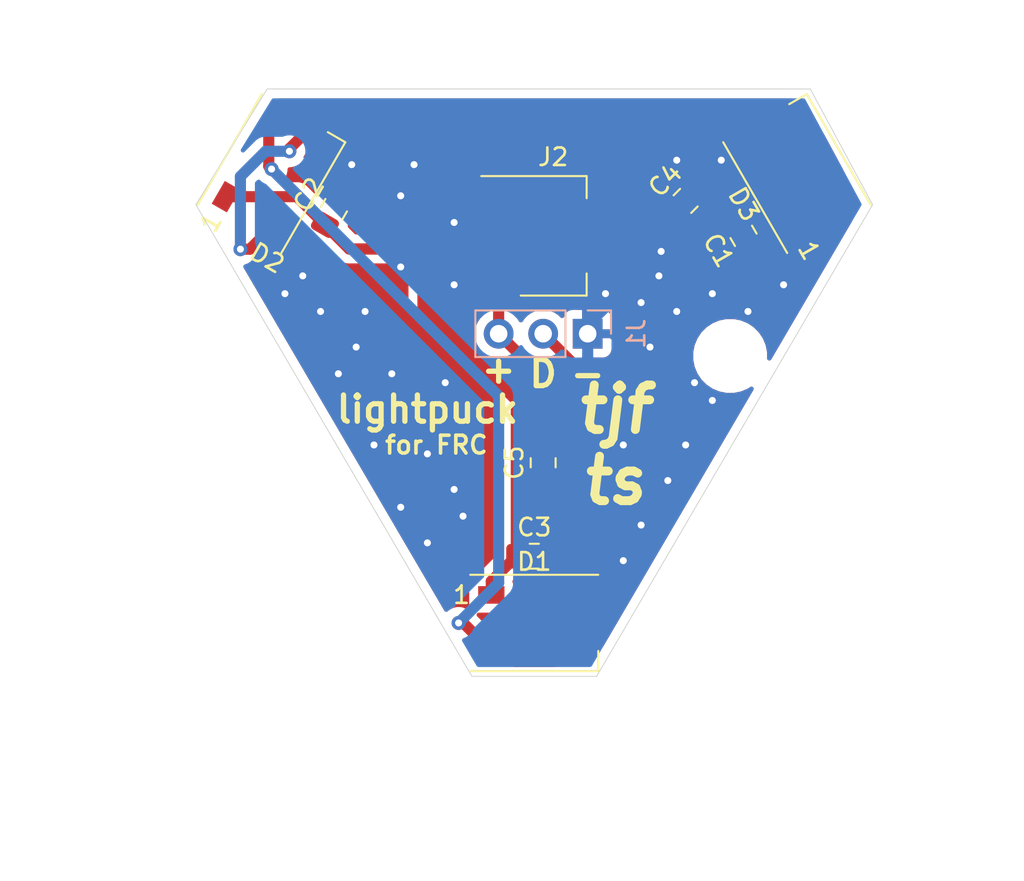
<source format=kicad_pcb>
(kicad_pcb (version 20171130) (host pcbnew 5.1.5-52549c5~84~ubuntu16.04.1)

  (general
    (thickness 1.6)
    (drawings 15)
    (tracks 118)
    (zones 0)
    (modules 11)
    (nets 7)
  )

  (page USLetter)
  (title_block
    (title LightPuck)
    (date 2019-12-08)
    (rev 1a)
    (company "FIRST Robotics Competition")
    (comment 1 "Team 1257")
    (comment 2 Flynn)
  )

  (layers
    (0 F.Cu signal)
    (31 B.Cu signal)
    (32 B.Adhes user)
    (33 F.Adhes user)
    (34 B.Paste user)
    (35 F.Paste user)
    (36 B.SilkS user)
    (37 F.SilkS user)
    (38 B.Mask user)
    (39 F.Mask user)
    (40 Dwgs.User user)
    (41 Cmts.User user)
    (42 Eco1.User user)
    (43 Eco2.User user)
    (44 Edge.Cuts user)
    (45 Margin user)
    (46 B.CrtYd user)
    (47 F.CrtYd user)
    (48 B.Fab user)
    (49 F.Fab user)
  )

  (setup
    (last_trace_width 0.25)
    (user_trace_width 0.381)
    (user_trace_width 0.635)
    (trace_clearance 0.2)
    (zone_clearance 0.508)
    (zone_45_only no)
    (trace_min 0.2)
    (via_size 0.8)
    (via_drill 0.4)
    (via_min_size 0.4)
    (via_min_drill 0.3)
    (uvia_size 0.3)
    (uvia_drill 0.1)
    (uvias_allowed no)
    (uvia_min_size 0.2)
    (uvia_min_drill 0.1)
    (edge_width 0.05)
    (segment_width 0.2)
    (pcb_text_width 0.3)
    (pcb_text_size 1.5 1.5)
    (mod_edge_width 0.12)
    (mod_text_size 1 1)
    (mod_text_width 0.15)
    (pad_size 1.524 1.524)
    (pad_drill 0.762)
    (pad_to_mask_clearance 0.051)
    (solder_mask_min_width 0.25)
    (aux_axis_origin 0 0)
    (visible_elements FFFFFF7F)
    (pcbplotparams
      (layerselection 0x010fc_ffffffff)
      (usegerberextensions false)
      (usegerberattributes false)
      (usegerberadvancedattributes false)
      (creategerberjobfile false)
      (excludeedgelayer true)
      (linewidth 0.100000)
      (plotframeref false)
      (viasonmask false)
      (mode 1)
      (useauxorigin false)
      (hpglpennumber 1)
      (hpglpenspeed 20)
      (hpglpendiameter 15.000000)
      (psnegative false)
      (psa4output false)
      (plotreference true)
      (plotvalue true)
      (plotinvisibletext false)
      (padsonsilk false)
      (subtractmaskfromsilk false)
      (outputformat 1)
      (mirror false)
      (drillshape 0)
      (scaleselection 1)
      (outputdirectory "gerber2/"))
  )

  (net 0 "")
  (net 1 "Net-(D1-Pad4)")
  (net 2 "Net-(D1-Pad2)")
  (net 3 "Net-(D2-Pad2)")
  (net 4 "Net-(C1-Pad1)")
  (net 5 "Net-(C1-Pad2)")
  (net 6 "Net-(C5-Pad2)")

  (net_class Default "This is the default net class."
    (clearance 0.2)
    (trace_width 0.25)
    (via_dia 0.8)
    (via_drill 0.4)
    (uvia_dia 0.3)
    (uvia_drill 0.1)
    (add_net "Net-(C1-Pad1)")
    (add_net "Net-(C1-Pad2)")
    (add_net "Net-(C5-Pad2)")
    (add_net "Net-(D1-Pad2)")
    (add_net "Net-(D1-Pad4)")
    (add_net "Net-(D2-Pad2)")
  )

  (module MountingHole:MountingHole_3.2mm_M3 (layer F.Cu) (tedit 56D1B4CB) (tstamp 5DEDA9FD)
    (at 148.336 96.52)
    (descr "Mounting Hole 3.2mm, no annular, M3")
    (tags "mounting hole 3.2mm no annular m3")
    (attr virtual)
    (fp_text reference REF** (at 0 -4.2) (layer F.SilkS) hide
      (effects (font (size 1 1) (thickness 0.15)))
    )
    (fp_text value MountingHole_3.2mm_M3 (at 0 4.2) (layer F.Fab)
      (effects (font (size 1 1) (thickness 0.15)))
    )
    (fp_circle (center 0 0) (end 3.45 0) (layer F.CrtYd) (width 0.05))
    (fp_circle (center 0 0) (end 3.2 0) (layer Cmts.User) (width 0.15))
    (fp_text user %R (at 0.3 0) (layer F.Fab)
      (effects (font (size 1 1) (thickness 0.15)))
    )
    (pad 1 np_thru_hole circle (at 0 0) (size 3.2 3.2) (drill 3.2) (layers *.Cu *.Mask))
  )

  (module Capacitor_SMD:C_0805_2012Metric_Pad1.15x1.40mm_HandSolder (layer F.Cu) (tedit 5B36C52B) (tstamp 5DEB9AA3)
    (at 149.098 89.662 120)
    (descr "Capacitor SMD 0805 (2012 Metric), square (rectangular) end terminal, IPC_7351 nominal with elongated pad for handsoldering. (Body size source: https://docs.google.com/spreadsheets/d/1BsfQQcO9C6DZCsRaXUlFlo91Tg2WpOkGARC1WS5S8t0/edit?usp=sharing), generated with kicad-footprint-generator")
    (tags "capacitor handsolder")
    (path /5DEB42C7)
    (attr smd)
    (fp_text reference C1 (at 0 -1.65 120) (layer F.SilkS)
      (effects (font (size 1 1) (thickness 0.15)))
    )
    (fp_text value C (at 0 1.65 120) (layer F.Fab)
      (effects (font (size 1 1) (thickness 0.15)))
    )
    (fp_line (start -1 0.6) (end -1 -0.6) (layer F.Fab) (width 0.1))
    (fp_line (start -1 -0.6) (end 1 -0.6) (layer F.Fab) (width 0.1))
    (fp_line (start 1 -0.6) (end 1 0.6) (layer F.Fab) (width 0.1))
    (fp_line (start 1 0.6) (end -1 0.6) (layer F.Fab) (width 0.1))
    (fp_line (start -0.261252 -0.71) (end 0.261252 -0.71) (layer F.SilkS) (width 0.12))
    (fp_line (start -0.261252 0.71) (end 0.261252 0.71) (layer F.SilkS) (width 0.12))
    (fp_line (start -1.85 0.95) (end -1.85 -0.95) (layer F.CrtYd) (width 0.05))
    (fp_line (start -1.85 -0.95) (end 1.85 -0.95) (layer F.CrtYd) (width 0.05))
    (fp_line (start 1.85 -0.95) (end 1.85 0.95) (layer F.CrtYd) (width 0.05))
    (fp_line (start 1.85 0.95) (end -1.85 0.95) (layer F.CrtYd) (width 0.05))
    (fp_text user %R (at 0 0 120) (layer F.Fab)
      (effects (font (size 0.5 0.5) (thickness 0.08)))
    )
    (pad 1 smd roundrect (at -1.025 0 120) (size 1.15 1.4) (layers F.Cu F.Paste F.Mask) (roundrect_rratio 0.217391)
      (net 4 "Net-(C1-Pad1)"))
    (pad 2 smd roundrect (at 1.025 0 120) (size 1.15 1.4) (layers F.Cu F.Paste F.Mask) (roundrect_rratio 0.217391)
      (net 5 "Net-(C1-Pad2)"))
    (model ${KISYS3DMOD}/Capacitor_SMD.3dshapes/C_0805_2012Metric.wrl
      (at (xyz 0 0 0))
      (scale (xyz 1 1 1))
      (rotate (xyz 0 0 0))
    )
  )

  (module Capacitor_SMD:C_0805_2012Metric_Pad1.15x1.40mm_HandSolder (layer F.Cu) (tedit 5B36C52B) (tstamp 5DEB9AB4)
    (at 125.73 88.138 60)
    (descr "Capacitor SMD 0805 (2012 Metric), square (rectangular) end terminal, IPC_7351 nominal with elongated pad for handsoldering. (Body size source: https://docs.google.com/spreadsheets/d/1BsfQQcO9C6DZCsRaXUlFlo91Tg2WpOkGARC1WS5S8t0/edit?usp=sharing), generated with kicad-footprint-generator")
    (tags "capacitor handsolder")
    (path /5DEB54B3)
    (attr smd)
    (fp_text reference C2 (at 0 -1.65 60) (layer F.SilkS)
      (effects (font (size 1 1) (thickness 0.15)))
    )
    (fp_text value C (at 0 1.65 60) (layer F.Fab)
      (effects (font (size 1 1) (thickness 0.15)))
    )
    (fp_text user %R (at 0 0 60) (layer F.Fab)
      (effects (font (size 0.5 0.5) (thickness 0.08)))
    )
    (fp_line (start 1.85 0.95) (end -1.85 0.95) (layer F.CrtYd) (width 0.05))
    (fp_line (start 1.85 -0.95) (end 1.85 0.95) (layer F.CrtYd) (width 0.05))
    (fp_line (start -1.85 -0.95) (end 1.85 -0.95) (layer F.CrtYd) (width 0.05))
    (fp_line (start -1.85 0.95) (end -1.85 -0.95) (layer F.CrtYd) (width 0.05))
    (fp_line (start -0.261252 0.71) (end 0.261252 0.71) (layer F.SilkS) (width 0.12))
    (fp_line (start -0.261252 -0.71) (end 0.261252 -0.71) (layer F.SilkS) (width 0.12))
    (fp_line (start 1 0.6) (end -1 0.6) (layer F.Fab) (width 0.1))
    (fp_line (start 1 -0.6) (end 1 0.6) (layer F.Fab) (width 0.1))
    (fp_line (start -1 -0.6) (end 1 -0.6) (layer F.Fab) (width 0.1))
    (fp_line (start -1 0.6) (end -1 -0.6) (layer F.Fab) (width 0.1))
    (pad 2 smd roundrect (at 1.025 0 60) (size 1.15 1.4) (layers F.Cu F.Paste F.Mask) (roundrect_rratio 0.217391)
      (net 5 "Net-(C1-Pad2)"))
    (pad 1 smd roundrect (at -1.025 0 60) (size 1.15 1.4) (layers F.Cu F.Paste F.Mask) (roundrect_rratio 0.217391)
      (net 4 "Net-(C1-Pad1)"))
    (model ${KISYS3DMOD}/Capacitor_SMD.3dshapes/C_0805_2012Metric.wrl
      (at (xyz 0 0 0))
      (scale (xyz 1 1 1))
      (rotate (xyz 0 0 0))
    )
  )

  (module Capacitor_SMD:C_0805_2012Metric_Pad1.15x1.40mm_HandSolder (layer F.Cu) (tedit 5B36C52B) (tstamp 5DEB9AC5)
    (at 137.16 107.95)
    (descr "Capacitor SMD 0805 (2012 Metric), square (rectangular) end terminal, IPC_7351 nominal with elongated pad for handsoldering. (Body size source: https://docs.google.com/spreadsheets/d/1BsfQQcO9C6DZCsRaXUlFlo91Tg2WpOkGARC1WS5S8t0/edit?usp=sharing), generated with kicad-footprint-generator")
    (tags "capacitor handsolder")
    (path /5DEB570A)
    (attr smd)
    (fp_text reference C3 (at 0 -1.65) (layer F.SilkS)
      (effects (font (size 1 1) (thickness 0.15)))
    )
    (fp_text value C (at 0 1.65) (layer F.Fab)
      (effects (font (size 1 1) (thickness 0.15)))
    )
    (fp_line (start -1 0.6) (end -1 -0.6) (layer F.Fab) (width 0.1))
    (fp_line (start -1 -0.6) (end 1 -0.6) (layer F.Fab) (width 0.1))
    (fp_line (start 1 -0.6) (end 1 0.6) (layer F.Fab) (width 0.1))
    (fp_line (start 1 0.6) (end -1 0.6) (layer F.Fab) (width 0.1))
    (fp_line (start -0.261252 -0.71) (end 0.261252 -0.71) (layer F.SilkS) (width 0.12))
    (fp_line (start -0.261252 0.71) (end 0.261252 0.71) (layer F.SilkS) (width 0.12))
    (fp_line (start -1.85 0.95) (end -1.85 -0.95) (layer F.CrtYd) (width 0.05))
    (fp_line (start -1.85 -0.95) (end 1.85 -0.95) (layer F.CrtYd) (width 0.05))
    (fp_line (start 1.85 -0.95) (end 1.85 0.95) (layer F.CrtYd) (width 0.05))
    (fp_line (start 1.85 0.95) (end -1.85 0.95) (layer F.CrtYd) (width 0.05))
    (fp_text user %R (at 0 0) (layer F.Fab)
      (effects (font (size 0.5 0.5) (thickness 0.08)))
    )
    (pad 1 smd roundrect (at -1.025 0) (size 1.15 1.4) (layers F.Cu F.Paste F.Mask) (roundrect_rratio 0.217391)
      (net 4 "Net-(C1-Pad1)"))
    (pad 2 smd roundrect (at 1.025 0) (size 1.15 1.4) (layers F.Cu F.Paste F.Mask) (roundrect_rratio 0.217391)
      (net 5 "Net-(C1-Pad2)"))
    (model ${KISYS3DMOD}/Capacitor_SMD.3dshapes/C_0805_2012Metric.wrl
      (at (xyz 0 0 0))
      (scale (xyz 1 1 1))
      (rotate (xyz 0 0 0))
    )
  )

  (module LED_SMD:LED_WS2812B_PLCC4_5.0x5.0mm_P3.2mm (layer F.Cu) (tedit 5AA4B285) (tstamp 5DEB9ADC)
    (at 137.16 111.76)
    (descr https://cdn-shop.adafruit.com/datasheets/WS2812B.pdf)
    (tags "LED RGB NeoPixel")
    (path /5DEAE0CD)
    (attr smd)
    (fp_text reference D1 (at 0 -3.5) (layer F.SilkS)
      (effects (font (size 1 1) (thickness 0.15)))
    )
    (fp_text value WS2812B (at 0 4) (layer F.Fab)
      (effects (font (size 1 1) (thickness 0.15)))
    )
    (fp_text user 1 (at -4.15 -1.6) (layer F.SilkS)
      (effects (font (size 1 1) (thickness 0.15)))
    )
    (fp_text user %R (at 0 0) (layer F.Fab)
      (effects (font (size 0.8 0.8) (thickness 0.15)))
    )
    (fp_line (start 3.45 -2.75) (end -3.45 -2.75) (layer F.CrtYd) (width 0.05))
    (fp_line (start 3.45 2.75) (end 3.45 -2.75) (layer F.CrtYd) (width 0.05))
    (fp_line (start -3.45 2.75) (end 3.45 2.75) (layer F.CrtYd) (width 0.05))
    (fp_line (start -3.45 -2.75) (end -3.45 2.75) (layer F.CrtYd) (width 0.05))
    (fp_line (start 2.5 1.5) (end 1.5 2.5) (layer F.Fab) (width 0.1))
    (fp_line (start -2.5 -2.5) (end -2.5 2.5) (layer F.Fab) (width 0.1))
    (fp_line (start -2.5 2.5) (end 2.5 2.5) (layer F.Fab) (width 0.1))
    (fp_line (start 2.5 2.5) (end 2.5 -2.5) (layer F.Fab) (width 0.1))
    (fp_line (start 2.5 -2.5) (end -2.5 -2.5) (layer F.Fab) (width 0.1))
    (fp_line (start -3.65 -2.75) (end 3.65 -2.75) (layer F.SilkS) (width 0.12))
    (fp_line (start -3.65 2.75) (end 3.65 2.75) (layer F.SilkS) (width 0.12))
    (fp_line (start 3.65 2.75) (end 3.65 1.6) (layer F.SilkS) (width 0.12))
    (fp_circle (center 0 0) (end 0 -2) (layer F.Fab) (width 0.1))
    (pad 3 smd rect (at 2.45 1.6) (size 1.5 1) (layers F.Cu F.Paste F.Mask)
      (net 5 "Net-(C1-Pad2)"))
    (pad 4 smd rect (at 2.45 -1.6) (size 1.5 1) (layers F.Cu F.Paste F.Mask)
      (net 1 "Net-(D1-Pad4)"))
    (pad 2 smd rect (at -2.45 1.6) (size 1.5 1) (layers F.Cu F.Paste F.Mask)
      (net 2 "Net-(D1-Pad2)"))
    (pad 1 smd rect (at -2.45 -1.6) (size 1.5 1) (layers F.Cu F.Paste F.Mask)
      (net 4 "Net-(C1-Pad1)"))
    (model ${KISYS3DMOD}/LED_SMD.3dshapes/LED_WS2812B_PLCC4_5.0x5.0mm_P3.2mm.wrl
      (at (xyz 0 0 0))
      (scale (xyz 1 1 1))
      (rotate (xyz 0 0 0))
    )
  )

  (module LED_SMD:LED_WS2812B_PLCC4_5.0x5.0mm_P3.2mm (layer F.Cu) (tedit 5AA4B285) (tstamp 5DEB9AF3)
    (at 122.174 86.106 60)
    (descr https://cdn-shop.adafruit.com/datasheets/WS2812B.pdf)
    (tags "LED RGB NeoPixel")
    (path /5DEAF06C)
    (attr smd)
    (fp_text reference D2 (at -4.306439 2.19303 150) (layer F.SilkS)
      (effects (font (size 1 1) (thickness 0.15)))
    )
    (fp_text value WS2812B (at 0 4 60) (layer F.Fab)
      (effects (font (size 1 1) (thickness 0.15)))
    )
    (fp_circle (center 0 0) (end 0 -2) (layer F.Fab) (width 0.1))
    (fp_line (start 3.65 2.75) (end 3.65 1.6) (layer F.SilkS) (width 0.12))
    (fp_line (start -3.65 2.75) (end 3.65 2.75) (layer F.SilkS) (width 0.12))
    (fp_line (start -3.65 -2.75) (end 3.65 -2.75) (layer F.SilkS) (width 0.12))
    (fp_line (start 2.5 -2.5) (end -2.5 -2.5) (layer F.Fab) (width 0.1))
    (fp_line (start 2.5 2.5) (end 2.5 -2.5) (layer F.Fab) (width 0.1))
    (fp_line (start -2.5 2.5) (end 2.5 2.5) (layer F.Fab) (width 0.1))
    (fp_line (start -2.5 -2.5) (end -2.5 2.5) (layer F.Fab) (width 0.1))
    (fp_line (start 2.5 1.5) (end 1.5 2.5) (layer F.Fab) (width 0.1))
    (fp_line (start -3.45 -2.75) (end -3.45 2.75) (layer F.CrtYd) (width 0.05))
    (fp_line (start -3.45 2.75) (end 3.45 2.75) (layer F.CrtYd) (width 0.05))
    (fp_line (start 3.45 2.75) (end 3.45 -2.75) (layer F.CrtYd) (width 0.05))
    (fp_line (start 3.45 -2.75) (end -3.45 -2.75) (layer F.CrtYd) (width 0.05))
    (fp_text user %R (at 0 0 60) (layer F.Fab)
      (effects (font (size 0.8 0.8) (thickness 0.15)))
    )
    (fp_text user 1 (at -4.15 -1.6 60) (layer F.SilkS)
      (effects (font (size 1 1) (thickness 0.15)))
    )
    (pad 1 smd rect (at -2.45 -1.6 60) (size 1.5 1) (layers F.Cu F.Paste F.Mask)
      (net 4 "Net-(C1-Pad1)"))
    (pad 2 smd rect (at -2.45 1.6 60) (size 1.5 1) (layers F.Cu F.Paste F.Mask)
      (net 3 "Net-(D2-Pad2)"))
    (pad 4 smd rect (at 2.45 -1.6 60) (size 1.5 1) (layers F.Cu F.Paste F.Mask)
      (net 2 "Net-(D1-Pad2)"))
    (pad 3 smd rect (at 2.45 1.6 60) (size 1.5 1) (layers F.Cu F.Paste F.Mask)
      (net 5 "Net-(C1-Pad2)"))
    (model ${KISYS3DMOD}/LED_SMD.3dshapes/LED_WS2812B_PLCC4_5.0x5.0mm_P3.2mm.wrl
      (at (xyz 0 0 0))
      (scale (xyz 1 1 1))
      (rotate (xyz 0 0 0))
    )
  )

  (module LED_SMD:LED_WS2812B_PLCC4_5.0x5.0mm_P3.2mm (layer F.Cu) (tedit 5AA4B285) (tstamp 5DEB9B0A)
    (at 152.146 86.106 120)
    (descr https://cdn-shop.adafruit.com/datasheets/WS2812B.pdf)
    (tags "LED RGB NeoPixel")
    (path /5DEAF669)
    (attr smd)
    (fp_text reference D3 (at 0 -3.5 120) (layer F.SilkS)
      (effects (font (size 1 1) (thickness 0.15)))
    )
    (fp_text value WS2812B (at 0 4 120) (layer F.Fab)
      (effects (font (size 1 1) (thickness 0.15)))
    )
    (fp_text user 1 (at -4.15 -1.6 120) (layer F.SilkS)
      (effects (font (size 1 1) (thickness 0.15)))
    )
    (fp_text user %R (at 0 0 120) (layer F.Fab)
      (effects (font (size 0.8 0.8) (thickness 0.15)))
    )
    (fp_line (start 3.45 -2.75) (end -3.45 -2.75) (layer F.CrtYd) (width 0.05))
    (fp_line (start 3.45 2.75) (end 3.45 -2.75) (layer F.CrtYd) (width 0.05))
    (fp_line (start -3.45 2.75) (end 3.45 2.75) (layer F.CrtYd) (width 0.05))
    (fp_line (start -3.45 -2.75) (end -3.45 2.75) (layer F.CrtYd) (width 0.05))
    (fp_line (start 2.5 1.5) (end 1.5 2.5) (layer F.Fab) (width 0.1))
    (fp_line (start -2.5 -2.5) (end -2.5 2.5) (layer F.Fab) (width 0.1))
    (fp_line (start -2.5 2.5) (end 2.5 2.5) (layer F.Fab) (width 0.1))
    (fp_line (start 2.5 2.5) (end 2.5 -2.5) (layer F.Fab) (width 0.1))
    (fp_line (start 2.5 -2.5) (end -2.5 -2.5) (layer F.Fab) (width 0.1))
    (fp_line (start -3.65 -2.75) (end 3.65 -2.75) (layer F.SilkS) (width 0.12))
    (fp_line (start -3.65 2.75) (end 3.65 2.75) (layer F.SilkS) (width 0.12))
    (fp_line (start 3.65 2.75) (end 3.65 1.6) (layer F.SilkS) (width 0.12))
    (fp_circle (center 0 0) (end 0 -2) (layer F.Fab) (width 0.1))
    (pad 3 smd rect (at 2.45 1.6 120) (size 1.5 1) (layers F.Cu F.Paste F.Mask)
      (net 5 "Net-(C1-Pad2)"))
    (pad 4 smd rect (at 2.45 -1.6 120) (size 1.5 1) (layers F.Cu F.Paste F.Mask)
      (net 3 "Net-(D2-Pad2)"))
    (pad 2 smd rect (at -2.45 1.6 120) (size 1.5 1) (layers F.Cu F.Paste F.Mask))
    (pad 1 smd rect (at -2.45 -1.6 120) (size 1.5 1) (layers F.Cu F.Paste F.Mask)
      (net 4 "Net-(C1-Pad1)"))
    (model ${KISYS3DMOD}/LED_SMD.3dshapes/LED_WS2812B_PLCC4_5.0x5.0mm_P3.2mm.wrl
      (at (xyz 0 0 0))
      (scale (xyz 1 1 1))
      (rotate (xyz 0 0 0))
    )
  )

  (module Connector_PinSocket_2.54mm:PinSocket_1x03_P2.54mm_Vertical (layer B.Cu) (tedit 5A19A429) (tstamp 5DEB9B21)
    (at 140.208 95.25 90)
    (descr "Through hole straight socket strip, 1x03, 2.54mm pitch, single row (from Kicad 4.0.7), script generated")
    (tags "Through hole socket strip THT 1x03 2.54mm single row")
    (path /5DEB0344)
    (fp_text reference J1 (at 0 2.77 -90) (layer B.SilkS)
      (effects (font (size 1 1) (thickness 0.15)) (justify mirror))
    )
    (fp_text value Conn_01x03_Female (at 0 -7.85 -90) (layer B.Fab)
      (effects (font (size 1 1) (thickness 0.15)) (justify mirror))
    )
    (fp_line (start -1.27 1.27) (end 0.635 1.27) (layer B.Fab) (width 0.1))
    (fp_line (start 0.635 1.27) (end 1.27 0.635) (layer B.Fab) (width 0.1))
    (fp_line (start 1.27 0.635) (end 1.27 -6.35) (layer B.Fab) (width 0.1))
    (fp_line (start 1.27 -6.35) (end -1.27 -6.35) (layer B.Fab) (width 0.1))
    (fp_line (start -1.27 -6.35) (end -1.27 1.27) (layer B.Fab) (width 0.1))
    (fp_line (start -1.33 -1.27) (end 1.33 -1.27) (layer B.SilkS) (width 0.12))
    (fp_line (start -1.33 -1.27) (end -1.33 -6.41) (layer B.SilkS) (width 0.12))
    (fp_line (start -1.33 -6.41) (end 1.33 -6.41) (layer B.SilkS) (width 0.12))
    (fp_line (start 1.33 -1.27) (end 1.33 -6.41) (layer B.SilkS) (width 0.12))
    (fp_line (start 1.33 1.33) (end 1.33 0) (layer B.SilkS) (width 0.12))
    (fp_line (start 0 1.33) (end 1.33 1.33) (layer B.SilkS) (width 0.12))
    (fp_line (start -1.8 1.8) (end 1.75 1.8) (layer B.CrtYd) (width 0.05))
    (fp_line (start 1.75 1.8) (end 1.75 -6.85) (layer B.CrtYd) (width 0.05))
    (fp_line (start 1.75 -6.85) (end -1.8 -6.85) (layer B.CrtYd) (width 0.05))
    (fp_line (start -1.8 -6.85) (end -1.8 1.8) (layer B.CrtYd) (width 0.05))
    (fp_text user %R (at 0 -2.54) (layer B.Fab)
      (effects (font (size 1 1) (thickness 0.15)) (justify mirror))
    )
    (pad 1 thru_hole rect (at 0 0 90) (size 1.7 1.7) (drill 1) (layers *.Cu *.Mask)
      (net 5 "Net-(C1-Pad2)"))
    (pad 2 thru_hole oval (at 0 -2.54 90) (size 1.7 1.7) (drill 1) (layers *.Cu *.Mask)
      (net 1 "Net-(D1-Pad4)"))
    (pad 3 thru_hole oval (at 0 -5.08 90) (size 1.7 1.7) (drill 1) (layers *.Cu *.Mask)
      (net 6 "Net-(C5-Pad2)"))
    (model ${KISYS3DMOD}/Connector_PinSocket_2.54mm.3dshapes/PinSocket_1x03_P2.54mm_Vertical.wrl
      (at (xyz 0 0 0))
      (scale (xyz 1 1 1))
      (rotate (xyz 0 0 0))
    )
  )

  (module Package_TO_SOT_SMD:SOT-223-5 (layer F.Cu) (tedit 5A02FF57) (tstamp 5DEB9B38)
    (at 138.176 89.662)
    (descr "module CMS SOT223 5 pins, http://ww1.microchip.com/downloads/en/DeviceDoc/51751a.pdf")
    (tags "CMS SOT")
    (path /5DEBCB19)
    (attr smd)
    (fp_text reference J2 (at 0.0625 -4.5) (layer F.SilkS)
      (effects (font (size 1 1) (thickness 0.15)))
    )
    (fp_text value Conn_01x05 (at 0.0625 4.5) (layer F.Fab)
      (effects (font (size 1 1) (thickness 0.15)))
    )
    (fp_text user %R (at 0 0 90) (layer F.Fab)
      (effects (font (size 0.8 0.8) (thickness 0.12)))
    )
    (fp_line (start -1.7875 -2.3) (end -0.7375 -3.35) (layer F.Fab) (width 0.1))
    (fp_line (start 1.9725 3.41) (end 1.9725 2.15) (layer F.SilkS) (width 0.12))
    (fp_line (start 1.9725 -3.41) (end 1.9725 -2.15) (layer F.SilkS) (width 0.12))
    (fp_line (start -1.7875 -2.3) (end -1.7875 3.35) (layer F.Fab) (width 0.1))
    (fp_line (start -1.7875 3.41) (end 1.9725 3.41) (layer F.SilkS) (width 0.12))
    (fp_line (start -0.7375 -3.35) (end 1.9125 -3.35) (layer F.Fab) (width 0.1))
    (fp_line (start -4.0375 -3.41) (end 1.9725 -3.41) (layer F.SilkS) (width 0.12))
    (fp_line (start -1.7875 3.35) (end 1.9125 3.35) (layer F.Fab) (width 0.1))
    (fp_line (start 1.9125 -3.35) (end 1.9125 3.35) (layer F.Fab) (width 0.1))
    (fp_line (start -4.4 -3.6) (end 4.4 -3.6) (layer F.CrtYd) (width 0.05))
    (fp_line (start -4.4 -3.6) (end -4.4 3.6) (layer F.CrtYd) (width 0.05))
    (fp_line (start 4.4 3.6) (end 4.4 -3.6) (layer F.CrtYd) (width 0.05))
    (fp_line (start 4.4 3.6) (end -4.4 3.6) (layer F.CrtYd) (width 0.05))
    (pad 4 smd rect (at -3.05 2.25) (size 2.2 1) (layers F.Cu F.Paste F.Mask)
      (net 6 "Net-(C5-Pad2)"))
    (pad 2 smd rect (at -3.05 -0.75) (size 2.2 1) (layers F.Cu F.Paste F.Mask))
    (pad 5 smd rect (at 3.25 0) (size 1.8 3.4) (layers F.Cu F.Paste F.Mask)
      (net 5 "Net-(C1-Pad2)"))
    (pad 3 smd rect (at -3.05 0.75) (size 2.2 1) (layers F.Cu F.Paste F.Mask)
      (net 4 "Net-(C1-Pad1)"))
    (pad 1 smd rect (at -3.05 -2.25) (size 2.2 1) (layers F.Cu F.Paste F.Mask)
      (net 6 "Net-(C5-Pad2)"))
    (model ${KISYS3DMOD}/Package_TO_SOT_SMD.3dshapes/SOT-223-5.wrl
      (at (xyz 0 0 0))
      (scale (xyz 1 1 1))
      (rotate (xyz 0 0 0))
    )
  )

  (module Capacitor_SMD:C_0805_2012Metric_Pad1.15x1.40mm_HandSolder (layer F.Cu) (tedit 5B36C52B) (tstamp 5DEBC29E)
    (at 145.796 87.667216 45)
    (descr "Capacitor SMD 0805 (2012 Metric), square (rectangular) end terminal, IPC_7351 nominal with elongated pad for handsoldering. (Body size source: https://docs.google.com/spreadsheets/d/1BsfQQcO9C6DZCsRaXUlFlo91Tg2WpOkGARC1WS5S8t0/edit?usp=sharing), generated with kicad-footprint-generator")
    (tags "capacitor handsolder")
    (path /5DEBC961)
    (attr smd)
    (fp_text reference C4 (at 0 -1.65 45) (layer F.SilkS)
      (effects (font (size 1 1) (thickness 0.15)))
    )
    (fp_text value C (at 0 1.65 45) (layer F.Fab)
      (effects (font (size 1 1) (thickness 0.15)))
    )
    (fp_line (start -1 0.6) (end -1 -0.6) (layer F.Fab) (width 0.1))
    (fp_line (start -1 -0.6) (end 1 -0.6) (layer F.Fab) (width 0.1))
    (fp_line (start 1 -0.6) (end 1 0.6) (layer F.Fab) (width 0.1))
    (fp_line (start 1 0.6) (end -1 0.6) (layer F.Fab) (width 0.1))
    (fp_line (start -0.261252 -0.71) (end 0.261252 -0.71) (layer F.SilkS) (width 0.12))
    (fp_line (start -0.261252 0.71) (end 0.261252 0.71) (layer F.SilkS) (width 0.12))
    (fp_line (start -1.85 0.95) (end -1.85 -0.95) (layer F.CrtYd) (width 0.05))
    (fp_line (start -1.85 -0.95) (end 1.85 -0.95) (layer F.CrtYd) (width 0.05))
    (fp_line (start 1.85 -0.95) (end 1.85 0.95) (layer F.CrtYd) (width 0.05))
    (fp_line (start 1.85 0.95) (end -1.85 0.95) (layer F.CrtYd) (width 0.05))
    (fp_text user %R (at 0 0 45) (layer F.Fab)
      (effects (font (size 0.5 0.5) (thickness 0.08)))
    )
    (pad 1 smd roundrect (at -1.025 0 45) (size 1.15 1.4) (layers F.Cu F.Paste F.Mask) (roundrect_rratio 0.217391)
      (net 4 "Net-(C1-Pad1)"))
    (pad 2 smd roundrect (at 1.025 0 45) (size 1.15 1.4) (layers F.Cu F.Paste F.Mask) (roundrect_rratio 0.217391)
      (net 5 "Net-(C1-Pad2)"))
    (model ${KISYS3DMOD}/Capacitor_SMD.3dshapes/C_0805_2012Metric.wrl
      (at (xyz 0 0 0))
      (scale (xyz 1 1 1))
      (rotate (xyz 0 0 0))
    )
  )

  (module Capacitor_SMD:C_0805_2012Metric_Pad1.15x1.40mm_HandSolder (layer F.Cu) (tedit 5B36C52B) (tstamp 5DEBCD43)
    (at 137.668 102.616 90)
    (descr "Capacitor SMD 0805 (2012 Metric), square (rectangular) end terminal, IPC_7351 nominal with elongated pad for handsoldering. (Body size source: https://docs.google.com/spreadsheets/d/1BsfQQcO9C6DZCsRaXUlFlo91Tg2WpOkGARC1WS5S8t0/edit?usp=sharing), generated with kicad-footprint-generator")
    (tags "capacitor handsolder")
    (path /5DEBFCF4)
    (attr smd)
    (fp_text reference C5 (at 0 -1.65 90) (layer F.SilkS)
      (effects (font (size 1 1) (thickness 0.15)))
    )
    (fp_text value C (at 0 1.65 90) (layer F.Fab)
      (effects (font (size 1 1) (thickness 0.15)))
    )
    (fp_text user %R (at 0 0 90) (layer F.Fab)
      (effects (font (size 0.5 0.5) (thickness 0.08)))
    )
    (fp_line (start 1.85 0.95) (end -1.85 0.95) (layer F.CrtYd) (width 0.05))
    (fp_line (start 1.85 -0.95) (end 1.85 0.95) (layer F.CrtYd) (width 0.05))
    (fp_line (start -1.85 -0.95) (end 1.85 -0.95) (layer F.CrtYd) (width 0.05))
    (fp_line (start -1.85 0.95) (end -1.85 -0.95) (layer F.CrtYd) (width 0.05))
    (fp_line (start -0.261252 0.71) (end 0.261252 0.71) (layer F.SilkS) (width 0.12))
    (fp_line (start -0.261252 -0.71) (end 0.261252 -0.71) (layer F.SilkS) (width 0.12))
    (fp_line (start 1 0.6) (end -1 0.6) (layer F.Fab) (width 0.1))
    (fp_line (start 1 -0.6) (end 1 0.6) (layer F.Fab) (width 0.1))
    (fp_line (start -1 -0.6) (end 1 -0.6) (layer F.Fab) (width 0.1))
    (fp_line (start -1 0.6) (end -1 -0.6) (layer F.Fab) (width 0.1))
    (pad 2 smd roundrect (at 1.025 0 90) (size 1.15 1.4) (layers F.Cu F.Paste F.Mask) (roundrect_rratio 0.217391)
      (net 6 "Net-(C5-Pad2)"))
    (pad 1 smd roundrect (at -1.025 0 90) (size 1.15 1.4) (layers F.Cu F.Paste F.Mask) (roundrect_rratio 0.217391)
      (net 5 "Net-(C1-Pad2)"))
    (model ${KISYS3DMOD}/Capacitor_SMD.3dshapes/C_0805_2012Metric.wrl
      (at (xyz 0 0 0))
      (scale (xyz 1 1 1))
      (rotate (xyz 0 0 0))
    )
  )

  (gr_text ts (at 142.24 103.632) (layer F.Cu) (tstamp 5DEBD6BD)
    (effects (font (size 2.54 2.54) (thickness 0.15) italic))
  )
  (gr_text ts (at 141.732 103.632) (layer F.SilkS) (tstamp 5DEBD458)
    (effects (font (size 2.54 2.54) (thickness 0.508) italic))
  )
  (gr_text "for FRC" (at 131.572 101.6) (layer F.SilkS) (tstamp 5DEBCD56)
    (effects (font (size 1.016 1.016) (thickness 0.2032)))
  )
  (gr_text "lightpuck\n" (at 131.064 99.568) (layer F.SilkS)
    (effects (font (size 1.5 1.5) (thickness 0.3)))
  )
  (gr_text kf (at 142.24 99.568) (layer F.Cu) (tstamp 5DEBC8B5)
    (effects (font (size 2.54 2.54) (thickness 0.15) italic))
  )
  (gr_line (start 121.92 81.28) (end 152.908 81.28) (layer Edge.Cuts) (width 0.05) (tstamp 5DEBC5D9))
  (gr_line (start 117.856 87.884) (end 121.92 81.28) (layer Edge.Cuts) (width 0.05))
  (gr_line (start 133.604 114.808) (end 117.856 87.884) (layer Edge.Cuts) (width 0.05))
  (gr_line (start 140.716 114.808) (end 133.604 114.808) (layer Edge.Cuts) (width 0.05))
  (gr_line (start 156.464 87.884) (end 140.716 114.808) (layer Edge.Cuts) (width 0.05))
  (gr_line (start 152.908 81.28) (end 156.464 87.884) (layer Edge.Cuts) (width 0.05))
  (gr_text tjf (at 141.732 99.568) (layer F.SilkS)
    (effects (font (size 2.54 2.54) (thickness 0.508) italic))
  )
  (gr_text - (at 140.208 97.536) (layer F.SilkS) (tstamp 5DEBAA49)
    (effects (font (size 1.5 1.5) (thickness 0.3)))
  )
  (gr_text D (at 137.668 97.536) (layer F.SilkS) (tstamp 5DEBAA43)
    (effects (font (size 1.5 1.5) (thickness 0.3)))
  )
  (gr_text + (at 135.128 97.282) (layer F.SilkS)
    (effects (font (size 1.5 1.5) (thickness 0.3)))
  )

  (segment (start 139.61 97.192) (end 139.61 110.16) (width 0.635) (layer F.Cu) (net 1) (status 20))
  (segment (start 137.668 95.25) (end 139.61 97.192) (width 0.635) (layer F.Cu) (net 1) (status 10))
  (via (at 122.174 85.852) (size 0.8) (drill 0.4) (layers F.Cu B.Cu) (net 2))
  (segment (start 122.013359 85.691359) (end 122.174 85.852) (width 0.635) (layer F.Cu) (net 2))
  (segment (start 122.013359 83.184238) (end 122.013359 85.691359) (width 0.635) (layer F.Cu) (net 2) (status 10))
  (via (at 132.842 111.76) (size 0.8) (drill 0.4) (layers F.Cu B.Cu) (net 2))
  (segment (start 133.11 111.76) (end 134.71 113.36) (width 0.635) (layer F.Cu) (net 2) (status 20))
  (segment (start 132.842 111.76) (end 133.11 111.76) (width 0.635) (layer F.Cu) (net 2))
  (segment (start 122.174 85.852) (end 135.128 98.806) (width 0.635) (layer B.Cu) (net 2))
  (segment (start 135.128 109.474) (end 132.842 111.76) (width 0.635) (layer B.Cu) (net 2))
  (segment (start 135.128 98.806) (end 135.128 109.474) (width 0.635) (layer B.Cu) (net 2))
  (via (at 123.19 84.836) (size 0.8) (drill 0.4) (layers F.Cu B.Cu) (net 3))
  (segment (start 149.535359 84.784238) (end 148.11833 83.367209) (width 0.635) (layer F.Cu) (net 3) (status 10))
  (segment (start 148.11833 83.367209) (end 124.512266 83.367209) (width 0.635) (layer F.Cu) (net 3))
  (segment (start 124.512266 83.367209) (end 123.19 84.689475) (width 0.635) (layer F.Cu) (net 3))
  (segment (start 123.19 84.689475) (end 123.19 84.836) (width 0.635) (layer F.Cu) (net 3))
  (via (at 120.396 90.424) (size 0.8) (drill 0.4) (layers F.Cu B.Cu) (net 3))
  (segment (start 120.396 86.272098) (end 120.396 90.424) (width 0.635) (layer B.Cu) (net 3))
  (segment (start 121.832098 84.836) (end 120.396 86.272098) (width 0.635) (layer B.Cu) (net 3))
  (segment (start 123.19 84.836) (end 121.832098 84.836) (width 0.635) (layer B.Cu) (net 3))
  (segment (start 120.938403 90.424) (end 122.334641 89.027762) (width 0.635) (layer F.Cu) (net 3) (status 20))
  (segment (start 120.396 90.424) (end 120.938403 90.424) (width 0.635) (layer F.Cu) (net 3))
  (segment (start 126.603824 90.412) (end 125.2175 89.025676) (width 0.635) (layer F.Cu) (net 4) (status 20))
  (segment (start 123.619586 87.427762) (end 125.2175 89.025676) (width 0.635) (layer F.Cu) (net 4) (status 20))
  (segment (start 119.563359 87.427762) (end 123.619586 87.427762) (width 0.635) (layer F.Cu) (net 4) (status 10))
  (segment (start 151.132414 89.027762) (end 149.6105 90.549676) (width 0.635) (layer F.Cu) (net 4) (status 20))
  (segment (start 151.985359 89.027762) (end 151.132414 89.027762) (width 0.635) (layer F.Cu) (net 4) (status 10))
  (segment (start 134.71 109.375) (end 136.135 107.95) (width 0.635) (layer F.Cu) (net 4) (status 20))
  (segment (start 134.71 110.16) (end 134.71 109.375) (width 0.635) (layer F.Cu) (net 4) (status 10))
  (segment (start 131.584 90.412) (end 130.81 91.186) (width 0.635) (layer F.Cu) (net 4))
  (segment (start 131.814 90.412) (end 131.584 90.412) (width 0.635) (layer F.Cu) (net 4))
  (segment (start 135.126 90.412) (end 131.814 90.412) (width 0.635) (layer F.Cu) (net 4) (status 10))
  (segment (start 130.036 90.412) (end 130.81 91.186) (width 0.635) (layer F.Cu) (net 4))
  (segment (start 129.298 90.412) (end 130.036 90.412) (width 0.635) (layer F.Cu) (net 4))
  (segment (start 129.298 90.412) (end 126.603824 90.412) (width 0.635) (layer F.Cu) (net 4))
  (segment (start 146.937676 90.549676) (end 148.815983 90.549676) (width 0.635) (layer F.Cu) (net 4) (status 20))
  (segment (start 126.603824 90.412) (end 128.79 90.412) (width 0.635) (layer F.Cu) (net 4))
  (segment (start 148.815983 90.549676) (end 149.6105 90.549676) (width 0.635) (layer F.Cu) (net 4) (status 30))
  (segment (start 133.604 85.598) (end 141.986 85.598) (width 0.635) (layer F.Cu) (net 4))
  (segment (start 141.986 85.598) (end 146.937676 90.549676) (width 0.635) (layer F.Cu) (net 4))
  (segment (start 128.79 90.412) (end 133.604 85.598) (width 0.635) (layer F.Cu) (net 4))
  (segment (start 136.135 99.051) (end 136.135 107.95) (width 0.635) (layer F.Cu) (net 4))
  (segment (start 130.81 93.726) (end 136.135 99.051) (width 0.635) (layer F.Cu) (net 4))
  (segment (start 130.81 91.186) (end 130.81 93.726) (width 0.635) (layer F.Cu) (net 4))
  (via (at 127.508 93.98) (size 0.8) (drill 0.4) (layers F.Cu B.Cu) (net 5))
  (segment (start 149.097935 88.261889) (end 148.5855 88.774324) (width 0.635) (layer F.Cu) (net 5) (status 30))
  (segment (start 151.940616 85.419208) (end 149.097935 88.261889) (width 0.635) (layer F.Cu) (net 5) (status 20))
  (segment (start 151.940616 83.550263) (end 151.940616 85.419208) (width 0.635) (layer F.Cu) (net 5) (status 10))
  (segment (start 152.306641 83.184238) (end 151.940616 83.550263) (width 0.635) (layer F.Cu) (net 5) (status 30))
  (segment (start 148.464324 88.774324) (end 147.32 87.63) (width 0.635) (layer F.Cu) (net 5) (status 10))
  (segment (start 148.5855 88.774324) (end 148.464324 88.774324) (width 0.635) (layer F.Cu) (net 5) (status 30))
  (segment (start 140.208 94.742) (end 140.208 95.25) (width 0.635) (layer B.Cu) (net 5) (status 30))
  (segment (start 147.32 87.63) (end 144.399 90.551) (width 0.635) (layer B.Cu) (net 5))
  (segment (start 140.208 90.88) (end 141.426 89.662) (width 0.635) (layer F.Cu) (net 5) (status 20))
  (segment (start 140.208 95.25) (end 140.208 90.88) (width 0.635) (layer F.Cu) (net 5) (status 10))
  (segment (start 132.041 85.598) (end 130.302 85.598) (width 0.635) (layer B.Cu) (net 5))
  (via (at 126.746 85.598) (size 0.8) (drill 0.4) (layers F.Cu B.Cu) (net 5))
  (segment (start 140.208 93.765) (end 132.041 85.598) (width 0.635) (layer B.Cu) (net 5))
  (segment (start 140.208 95.25) (end 140.208 93.765) (width 0.635) (layer B.Cu) (net 5) (status 10))
  (segment (start 125.598403 85.598) (end 124.784641 84.784238) (width 0.635) (layer F.Cu) (net 5) (status 20))
  (segment (start 126.746 85.598) (end 125.598403 85.598) (width 0.635) (layer F.Cu) (net 5))
  (segment (start 126.746 86.746824) (end 126.2425 87.250324) (width 0.635) (layer F.Cu) (net 5) (status 20))
  (segment (start 126.746 85.598) (end 126.746 86.746824) (width 0.635) (layer F.Cu) (net 5))
  (segment (start 138.225 113.36) (end 139.61 113.36) (width 0.635) (layer F.Cu) (net 5) (status 20))
  (segment (start 138.185 113.32) (end 138.225 113.36) (width 0.635) (layer F.Cu) (net 5))
  (segment (start 138.185 107.95) (end 138.185 113.32) (width 0.635) (layer F.Cu) (net 5) (status 10))
  (segment (start 140.208 103.124) (end 137.414 105.918) (width 0.635) (layer B.Cu) (net 5))
  (segment (start 140.208 95.25) (end 140.208 103.124) (width 0.635) (layer B.Cu) (net 5) (status 10))
  (via (at 129.54 91.44) (size 0.8) (drill 0.4) (layers F.Cu B.Cu) (net 5))
  (segment (start 129.54 91.948) (end 127.508 93.98) (width 0.381) (layer F.Cu) (net 5))
  (segment (start 129.54 91.44) (end 129.54 91.948) (width 0.381) (layer F.Cu) (net 5))
  (via (at 127 96.012) (size 0.8) (drill 0.4) (layers F.Cu B.Cu) (net 5))
  (via (at 124.968 93.98) (size 0.8) (drill 0.4) (layers F.Cu B.Cu) (net 5))
  (via (at 129.032 97.536) (size 0.8) (drill 0.4) (layers F.Cu B.Cu) (net 5))
  (via (at 125.984 97.536) (size 0.8) (drill 0.4) (layers F.Cu B.Cu) (net 5))
  (via (at 145.288 93.98) (size 0.8) (drill 0.4) (layers F.Cu B.Cu) (net 5))
  (segment (start 144.399 90.551) (end 140.208 94.742) (width 0.635) (layer B.Cu) (net 5) (tstamp 5DEBC67F) (status 20))
  (via (at 144.399 90.551) (size 0.8) (drill 0.4) (layers F.Cu B.Cu) (net 5))
  (via (at 149.352 93.98) (size 0.8) (drill 0.4) (layers F.Cu B.Cu) (net 5))
  (via (at 146.304 98.044) (size 0.8) (drill 0.4) (layers F.Cu B.Cu) (net 5))
  (via (at 147.32 99.06) (size 0.8) (drill 0.4) (layers F.Cu B.Cu) (net 5))
  (via (at 143.256 106.172) (size 0.8) (drill 0.4) (layers F.Cu B.Cu) (net 5))
  (via (at 142.24 101.6) (size 0.8) (drill 0.4) (layers F.Cu B.Cu) (net 5))
  (via (at 133.096 105.664) (size 0.8) (drill 0.4) (layers F.Cu B.Cu) (net 5))
  (via (at 144.272 91.948) (size 0.8) (drill 0.4) (layers F.Cu B.Cu) (net 5))
  (via (at 131.064 102.108) (size 0.8) (drill 0.4) (layers F.Cu B.Cu) (net 5))
  (via (at 128.016 101.6) (size 0.8) (drill 0.4) (layers F.Cu B.Cu) (net 5))
  (via (at 129.54 105.156) (size 0.8) (drill 0.4) (layers F.Cu B.Cu) (net 5))
  (via (at 131.064 107.188) (size 0.8) (drill 0.4) (layers F.Cu B.Cu) (net 5))
  (via (at 142.24 108.204) (size 0.8) (drill 0.4) (layers F.Cu B.Cu) (net 5))
  (via (at 144.78 103.632) (size 0.8) (drill 0.4) (layers F.Cu B.Cu) (net 5))
  (via (at 145.796 101.6) (size 0.8) (drill 0.4) (layers F.Cu B.Cu) (net 5))
  (via (at 143.764 96.012) (size 0.8) (drill 0.4) (layers F.Cu B.Cu) (net 5))
  (via (at 147.32 92.964) (size 0.8) (drill 0.4) (layers F.Cu B.Cu) (net 5))
  (via (at 151.384 92.456) (size 0.8) (drill 0.4) (layers F.Cu B.Cu) (net 5))
  (via (at 147.828 85.344) (size 0.8) (drill 0.4) (layers F.Cu B.Cu) (net 5))
  (via (at 145.288 85.344) (size 0.8) (drill 0.4) (layers F.Cu B.Cu) (net 5))
  (segment (start 130.302 85.598) (end 126.746 85.598) (width 0.635) (layer B.Cu) (net 5) (tstamp 5DEBC86C))
  (via (at 130.302 85.598) (size 0.8) (drill 0.4) (layers F.Cu B.Cu) (net 5))
  (via (at 129.54 87.376) (size 0.8) (drill 0.4) (layers F.Cu B.Cu) (net 5))
  (via (at 123.952 91.948) (size 0.8) (drill 0.4) (layers F.Cu B.Cu) (net 5))
  (via (at 122.936 92.964) (size 0.8) (drill 0.4) (layers F.Cu B.Cu) (net 5))
  (via (at 143.256 93.472) (size 0.8) (drill 0.4) (layers F.Cu B.Cu) (net 5))
  (via (at 132.588 88.9) (size 0.8) (drill 0.4) (layers F.Cu B.Cu) (net 5) (tstamp 5DED52DB))
  (via (at 141.224 92.964) (size 0.8) (drill 0.4) (layers F.Cu B.Cu) (net 5) (tstamp 5DED531A))
  (via (at 132.588 92.456) (size 0.8) (drill 0.4) (layers F.Cu B.Cu) (net 5) (tstamp 5DEDAB63))
  (via (at 132.08 98.044) (size 0.8) (drill 0.4) (layers F.Cu B.Cu) (net 5) (tstamp 5DEDAC83))
  (via (at 132.588 104.14) (size 0.8) (drill 0.4) (layers F.Cu B.Cu) (net 5) (tstamp 5DEDAC85))
  (segment (start 135.128 91.914) (end 135.126 91.912) (width 0.635) (layer F.Cu) (net 6) (status 30))
  (segment (start 135.128 95.25) (end 135.128 91.914) (width 0.635) (layer F.Cu) (net 6) (status 30))
  (segment (start 136.743501 91.326001) (end 136.157502 91.912) (width 0.635) (layer F.Cu) (net 6) (status 20))
  (segment (start 136.743501 87.997999) (end 136.743501 91.326001) (width 0.635) (layer F.Cu) (net 6))
  (segment (start 136.157502 87.412) (end 136.743501 87.997999) (width 0.635) (layer F.Cu) (net 6) (status 10))
  (segment (start 136.157502 91.912) (end 135.126 91.912) (width 0.635) (layer F.Cu) (net 6) (status 30))
  (segment (start 135.126 87.412) (end 136.157502 87.412) (width 0.635) (layer F.Cu) (net 6) (status 30))
  (segment (start 137.659 101.6) (end 137.668 101.591) (width 0.635) (layer F.Cu) (net 6))
  (segment (start 137.668 97.79) (end 137.668 101.591) (width 0.635) (layer F.Cu) (net 6))
  (segment (start 135.128 95.25) (end 137.668 97.79) (width 0.635) (layer F.Cu) (net 6))

  (zone (net 5) (net_name "Net-(C1-Pad2)") (layer F.Cu) (tstamp 5DEDAC08) (hatch edge 0.508)
    (connect_pads (clearance 0.508))
    (min_thickness 0.254)
    (fill yes (arc_segments 32) (thermal_gap 0.508) (thermal_bridge_width 0.508))
    (polygon
      (pts
        (xy 159.512 77.216) (xy 165.1 117.856) (xy 114.3 126.492) (xy 106.68 81.788) (xy 113.284 76.2)
      )
    )
    (filled_polygon
      (pts
        (xy 151.803501 82.058774) (xy 152.353126 83.010753) (xy 152.370447 83.000753) (xy 152.497447 83.220723) (xy 152.480126 83.230723)
        (xy 153.029751 84.182702) (xy 153.246608 84.240808) (xy 153.43369 84.136344) (xy 153.535364 84.063485) (xy 153.612726 83.980887)
        (xy 154.653515 85.913783) (xy 154.609553 85.924033) (xy 154.495618 85.975656) (xy 153.629592 86.475656) (xy 153.527918 86.548515)
        (xy 153.442411 86.639809) (xy 153.376359 86.746031) (xy 153.332298 86.863098) (xy 153.311922 86.986511) (xy 153.316015 87.111528)
        (xy 153.344418 87.233345) (xy 153.396041 87.347279) (xy 154.146041 88.646317) (xy 154.2189 88.747991) (xy 154.310194 88.833497)
        (xy 154.416416 88.89955) (xy 154.533483 88.943611) (xy 154.656896 88.963987) (xy 154.781913 88.959894) (xy 154.903729 88.931491)
        (xy 155.017664 88.879868) (xy 155.167503 88.793359) (xy 150.571 96.651896) (xy 150.571 96.299872) (xy 150.48511 95.868075)
        (xy 150.316631 95.461331) (xy 150.072038 95.095271) (xy 149.760729 94.783962) (xy 149.394669 94.539369) (xy 148.987925 94.37089)
        (xy 148.556128 94.285) (xy 148.115872 94.285) (xy 147.684075 94.37089) (xy 147.277331 94.539369) (xy 146.911271 94.783962)
        (xy 146.599962 95.095271) (xy 146.355369 95.461331) (xy 146.18689 95.868075) (xy 146.101 96.299872) (xy 146.101 96.740128)
        (xy 146.18689 97.171925) (xy 146.355369 97.578669) (xy 146.599962 97.944729) (xy 146.911271 98.256038) (xy 147.277331 98.500631)
        (xy 147.684075 98.66911) (xy 148.115872 98.755) (xy 148.556128 98.755) (xy 148.987925 98.66911) (xy 149.394669 98.500631)
        (xy 149.550609 98.396435) (xy 140.995742 113.0225) (xy 140.998072 112.86) (xy 140.985812 112.735518) (xy 140.949502 112.61582)
        (xy 140.890537 112.505506) (xy 140.811185 112.408815) (xy 140.714494 112.329463) (xy 140.60418 112.270498) (xy 140.484482 112.234188)
        (xy 140.36 112.221928) (xy 139.89575 112.225) (xy 139.737 112.38375) (xy 139.737 113.233) (xy 139.757 113.233)
        (xy 139.757 113.487) (xy 139.737 113.487) (xy 139.737 113.507) (xy 139.483 113.507) (xy 139.483 113.487)
        (xy 138.38375 113.487) (xy 138.225 113.64575) (xy 138.221928 113.86) (xy 138.234188 113.984482) (xy 138.270498 114.10418)
        (xy 138.293921 114.148) (xy 136.026079 114.148) (xy 136.049502 114.10418) (xy 136.085812 113.984482) (xy 136.098072 113.86)
        (xy 136.098072 112.86) (xy 138.221928 112.86) (xy 138.225 113.07425) (xy 138.38375 113.233) (xy 139.483 113.233)
        (xy 139.483 112.38375) (xy 139.32425 112.225) (xy 138.86 112.221928) (xy 138.735518 112.234188) (xy 138.61582 112.270498)
        (xy 138.505506 112.329463) (xy 138.408815 112.408815) (xy 138.329463 112.505506) (xy 138.270498 112.61582) (xy 138.234188 112.735518)
        (xy 138.221928 112.86) (xy 136.098072 112.86) (xy 136.085812 112.735518) (xy 136.049502 112.61582) (xy 135.990537 112.505506)
        (xy 135.911185 112.408815) (xy 135.814494 112.329463) (xy 135.70418 112.270498) (xy 135.584482 112.234188) (xy 135.46 112.221928)
        (xy 134.918967 112.221928) (xy 133.99511 111.298072) (xy 135.46 111.298072) (xy 135.584482 111.285812) (xy 135.70418 111.249502)
        (xy 135.814494 111.190537) (xy 135.911185 111.111185) (xy 135.990537 111.014494) (xy 136.049502 110.90418) (xy 136.085812 110.784482)
        (xy 136.098072 110.66) (xy 136.098072 109.66) (xy 136.085812 109.535518) (xy 136.049502 109.41582) (xy 136.037908 109.39413)
        (xy 136.143966 109.288072) (xy 136.460001 109.288072) (xy 136.633255 109.271008) (xy 136.799851 109.220472) (xy 136.953387 109.138405)
        (xy 137.087962 109.027962) (xy 137.093342 109.021406) (xy 137.158815 109.101185) (xy 137.255506 109.180537) (xy 137.36582 109.239502)
        (xy 137.485518 109.275812) (xy 137.61 109.288072) (xy 137.89925 109.285) (xy 138.058 109.12625) (xy 138.058 108.077)
        (xy 138.038 108.077) (xy 138.038 107.823) (xy 138.058 107.823) (xy 138.058 106.77375) (xy 137.89925 106.615)
        (xy 137.61 106.611928) (xy 137.485518 106.624188) (xy 137.36582 106.660498) (xy 137.255506 106.719463) (xy 137.158815 106.798815)
        (xy 137.093342 106.878594) (xy 137.087962 106.872038) (xy 137.0875 106.871659) (xy 137.0875 104.853186) (xy 137.38225 104.851)
        (xy 137.541 104.69225) (xy 137.541 103.768) (xy 137.521 103.768) (xy 137.521 103.514) (xy 137.541 103.514)
        (xy 137.541 103.494) (xy 137.795 103.494) (xy 137.795 103.514) (xy 137.815 103.514) (xy 137.815 103.768)
        (xy 137.795 103.768) (xy 137.795 104.69225) (xy 137.95375 104.851) (xy 138.368 104.854072) (xy 138.492482 104.841812)
        (xy 138.61218 104.805502) (xy 138.657501 104.781277) (xy 138.657501 106.613017) (xy 138.47075 106.615) (xy 138.312 106.77375)
        (xy 138.312 107.823) (xy 138.332 107.823) (xy 138.332 108.077) (xy 138.312 108.077) (xy 138.312 109.12625)
        (xy 138.402392 109.216642) (xy 138.329463 109.305506) (xy 138.270498 109.41582) (xy 138.234188 109.535518) (xy 138.221928 109.66)
        (xy 138.221928 110.66) (xy 138.234188 110.784482) (xy 138.270498 110.90418) (xy 138.329463 111.014494) (xy 138.408815 111.111185)
        (xy 138.505506 111.190537) (xy 138.61582 111.249502) (xy 138.735518 111.285812) (xy 138.86 111.298072) (xy 140.36 111.298072)
        (xy 140.484482 111.285812) (xy 140.60418 111.249502) (xy 140.714494 111.190537) (xy 140.811185 111.111185) (xy 140.890537 111.014494)
        (xy 140.949502 110.90418) (xy 140.985812 110.784482) (xy 140.998072 110.66) (xy 140.998072 109.66) (xy 140.985812 109.535518)
        (xy 140.949502 109.41582) (xy 140.890537 109.305506) (xy 140.811185 109.208815) (xy 140.714494 109.129463) (xy 140.60418 109.070498)
        (xy 140.5625 109.057855) (xy 140.5625 106.3607) (xy 144.70381 106.3607) (xy 144.70381 97.0667) (xy 140.554767 97.0667)
        (xy 140.548717 97.005278) (xy 140.494252 96.82573) (xy 140.445756 96.735) (xy 140.405806 96.660259) (xy 140.345384 96.586634)
        (xy 140.49375 96.735) (xy 141.058 96.738072) (xy 141.182482 96.725812) (xy 141.30218 96.689502) (xy 141.412494 96.630537)
        (xy 141.509185 96.551185) (xy 141.588537 96.454494) (xy 141.647502 96.34418) (xy 141.683812 96.224482) (xy 141.696072 96.1)
        (xy 141.693 95.53575) (xy 141.53425 95.377) (xy 140.335 95.377) (xy 140.335 95.397) (xy 140.081 95.397)
        (xy 140.081 95.377) (xy 140.061 95.377) (xy 140.061 95.123) (xy 140.081 95.123) (xy 140.081 93.92375)
        (xy 140.335 93.92375) (xy 140.335 95.123) (xy 141.53425 95.123) (xy 141.693 94.96425) (xy 141.696072 94.4)
        (xy 141.683812 94.275518) (xy 141.647502 94.15582) (xy 141.588537 94.045506) (xy 141.509185 93.948815) (xy 141.412494 93.869463)
        (xy 141.30218 93.810498) (xy 141.182482 93.774188) (xy 141.058 93.761928) (xy 140.49375 93.765) (xy 140.335 93.92375)
        (xy 140.081 93.92375) (xy 139.92225 93.765) (xy 139.358 93.761928) (xy 139.233518 93.774188) (xy 139.11382 93.810498)
        (xy 139.003506 93.869463) (xy 138.906815 93.948815) (xy 138.827463 94.045506) (xy 138.768498 94.15582) (xy 138.746487 94.22838)
        (xy 138.614632 94.096525) (xy 138.371411 93.93401) (xy 138.101158 93.822068) (xy 137.81426 93.765) (xy 137.52174 93.765)
        (xy 137.234842 93.822068) (xy 136.964589 93.93401) (xy 136.721368 94.096525) (xy 136.514525 94.303368) (xy 136.398 94.47776)
        (xy 136.281475 94.303368) (xy 136.0805 94.102393) (xy 136.0805 93.050072) (xy 136.226 93.050072) (xy 136.350482 93.037812)
        (xy 136.47018 93.001502) (xy 136.580494 92.942537) (xy 136.677185 92.863185) (xy 136.756537 92.766494) (xy 136.815502 92.65618)
        (xy 136.836926 92.585553) (xy 136.864109 92.552431) (xy 137.383932 92.032608) (xy 137.420279 92.002779) (xy 137.539307 91.857742)
        (xy 137.614805 91.716494) (xy 137.627753 91.692271) (xy 137.670222 91.552269) (xy 137.682218 91.512724) (xy 137.696001 91.372786)
        (xy 137.697063 91.362) (xy 139.887928 91.362) (xy 139.900188 91.486482) (xy 139.936498 91.60618) (xy 139.995463 91.716494)
        (xy 140.074815 91.813185) (xy 140.171506 91.892537) (xy 140.28182 91.951502) (xy 140.401518 91.987812) (xy 140.526 92.000072)
        (xy 141.14025 91.997) (xy 141.299 91.83825) (xy 141.299 89.789) (xy 141.553 89.789) (xy 141.553 91.83825)
        (xy 141.71175 91.997) (xy 142.326 92.000072) (xy 142.450482 91.987812) (xy 142.57018 91.951502) (xy 142.680494 91.892537)
        (xy 142.777185 91.813185) (xy 142.856537 91.716494) (xy 142.915502 91.60618) (xy 142.951812 91.486482) (xy 142.964072 91.362)
        (xy 142.961 89.94775) (xy 142.80225 89.789) (xy 141.553 89.789) (xy 141.299 89.789) (xy 140.04975 89.789)
        (xy 139.891 89.94775) (xy 139.887928 91.362) (xy 137.697063 91.362) (xy 137.700609 91.326001) (xy 137.696001 91.279216)
        (xy 137.696001 88.044784) (xy 137.700609 87.997999) (xy 137.697064 87.962) (xy 139.887928 87.962) (xy 139.891 89.37625)
        (xy 140.04975 89.535) (xy 141.299 89.535) (xy 141.299 87.48575) (xy 141.14025 87.327) (xy 140.526 87.323928)
        (xy 140.401518 87.336188) (xy 140.28182 87.372498) (xy 140.171506 87.431463) (xy 140.074815 87.510815) (xy 139.995463 87.607506)
        (xy 139.936498 87.71782) (xy 139.900188 87.837518) (xy 139.887928 87.962) (xy 137.697064 87.962) (xy 137.689131 87.881463)
        (xy 137.682218 87.811276) (xy 137.645289 87.689539) (xy 137.627753 87.631729) (xy 137.561749 87.508245) (xy 137.539307 87.466258)
        (xy 137.420279 87.321221) (xy 137.383932 87.291392) (xy 136.864109 86.771569) (xy 136.836926 86.738447) (xy 136.815502 86.66782)
        (xy 136.756537 86.557506) (xy 136.750787 86.5505) (xy 141.591462 86.5505) (xy 142.369139 87.328177) (xy 142.326 87.323928)
        (xy 141.71175 87.327) (xy 141.553 87.48575) (xy 141.553 89.535) (xy 142.80225 89.535) (xy 142.961 89.37625)
        (xy 142.964072 87.962) (xy 142.959823 87.918861) (xy 143.723763 88.682801) (xy 143.784803 88.796998) (xy 143.895246 88.931573)
        (xy 144.531643 89.56797) (xy 144.666218 89.678413) (xy 144.780415 89.739453) (xy 146.231069 91.190107) (xy 146.260898 91.226454)
        (xy 146.405935 91.345482) (xy 146.571407 91.433928) (xy 146.744653 91.486482) (xy 146.750953 91.488393) (xy 146.937675 91.506784)
        (xy 146.98446 91.502176) (xy 148.615633 91.502176) (xy 148.715601 91.641682) (xy 148.842664 91.76069) (xy 148.990504 91.852623)
        (xy 149.153438 91.913947) (xy 149.325205 91.942306) (xy 149.499204 91.936609) (xy 149.668749 91.897077) (xy 149.827323 91.825228)
        (xy 150.606748 91.375227) (xy 150.748259 91.273822) (xy 150.867267 91.146759) (xy 150.959199 90.998919) (xy 151.020524 90.835985)
        (xy 151.048883 90.664218) (xy 151.043186 90.490219) (xy 151.038234 90.46898) (xy 151.333083 90.174131) (xy 151.374759 90.246317)
        (xy 151.447618 90.347991) (xy 151.538912 90.433497) (xy 151.645134 90.49955) (xy 151.762201 90.543611) (xy 151.885614 90.563987)
        (xy 152.010631 90.559894) (xy 152.132447 90.531491) (xy 152.246382 90.479868) (xy 153.112408 89.979868) (xy 153.214082 89.907009)
        (xy 153.299589 89.815715) (xy 153.365641 89.709493) (xy 153.409702 89.592426) (xy 153.430078 89.469013) (xy 153.425985 89.343996)
        (xy 153.397582 89.222179) (xy 153.345959 89.108245) (xy 152.595959 87.809207) (xy 152.5231 87.707533) (xy 152.431806 87.622027)
        (xy 152.325584 87.555974) (xy 152.208517 87.511913) (xy 152.085104 87.491537) (xy 151.960087 87.49563) (xy 151.838271 87.524033)
        (xy 151.724336 87.575656) (xy 150.85831 88.075656) (xy 150.756636 88.148515) (xy 150.75649 88.14867) (xy 150.600673 88.231956)
        (xy 150.455636 88.350984) (xy 150.425807 88.387331) (xy 150.085796 88.727342) (xy 150.083428 88.717187) (xy 150.031804 88.603253)
        (xy 149.884519 88.354291) (xy 149.667662 88.296184) (xy 148.758985 88.820809) (xy 148.768985 88.83813) (xy 148.549015 88.96513)
        (xy 148.539015 88.947809) (xy 147.630338 89.472434) (xy 147.596913 89.597176) (xy 147.332214 89.597176) (xy 146.466596 88.731558)
        (xy 146.490232 88.653642) (xy 146.497029 88.584627) (xy 147.055077 88.584627) (xy 147.059169 88.709644) (xy 147.087572 88.831461)
        (xy 147.139196 88.945395) (xy 147.286481 89.194357) (xy 147.503338 89.252464) (xy 148.412015 88.727839) (xy 147.94989 87.927415)
        (xy 147.733033 87.869308) (xy 147.372746 88.073773) (xy 147.271072 88.146631) (xy 147.185565 88.237926) (xy 147.119513 88.344148)
        (xy 147.075452 88.461214) (xy 147.055077 88.584627) (xy 146.497029 88.584627) (xy 146.507296 88.480388) (xy 146.506465 88.471949)
        (xy 146.609172 88.482065) (xy 146.733654 88.469805) (xy 146.853352 88.433495) (xy 146.963666 88.374531) (xy 147.060357 88.295178)
        (xy 147.262716 88.088475) (xy 147.262716 87.863969) (xy 147.199162 87.800415) (xy 148.16986 87.800415) (xy 148.631985 88.600839)
        (xy 149.540662 88.076214) (xy 149.598769 87.859357) (xy 149.456804 87.607323) (xy 149.383946 87.505649) (xy 149.292651 87.420142)
        (xy 149.186429 87.35409) (xy 149.069363 87.310029) (xy 148.94595 87.289654) (xy 148.820933 87.293746) (xy 148.699116 87.322149)
        (xy 148.585182 87.373773) (xy 148.227967 87.583558) (xy 148.16986 87.800415) (xy 147.199162 87.800415) (xy 146.520784 87.122037)
        (xy 146.506642 87.13618) (xy 146.327037 86.956575) (xy 146.341179 86.942432) (xy 146.700389 86.942432) (xy 147.442321 87.684364)
        (xy 147.666827 87.684364) (xy 147.87353 87.482005) (xy 147.952883 87.385314) (xy 148.011847 87.275) (xy 148.048157 87.155302)
        (xy 148.060417 87.03082) (xy 148.048157 86.906339) (xy 148.011847 86.786641) (xy 147.952883 86.676327) (xy 147.87353 86.579635)
        (xy 147.578439 86.288889) (xy 147.353933 86.288889) (xy 146.700389 86.942432) (xy 146.341179 86.942432) (xy 145.599247 86.2005)
        (xy 145.374741 86.2005) (xy 145.168038 86.402859) (xy 145.088685 86.49955) (xy 145.029721 86.609864) (xy 144.993411 86.729562)
        (xy 144.981151 86.854044) (xy 144.991267 86.956751) (xy 144.982828 86.95592) (xy 144.809574 86.972984) (xy 144.731658 86.99662)
        (xy 143.531427 85.796389) (xy 145.778852 85.796389) (xy 145.778852 86.020895) (xy 146.520784 86.762827) (xy 147.174327 86.109283)
        (xy 147.174327 85.884777) (xy 146.883581 85.589686) (xy 146.786889 85.510333) (xy 146.676575 85.451369) (xy 146.556877 85.415059)
        (xy 146.432396 85.402799) (xy 146.307914 85.415059) (xy 146.188216 85.451369) (xy 146.077902 85.510333) (xy 145.981211 85.589686)
        (xy 145.778852 85.796389) (xy 143.531427 85.796389) (xy 142.692607 84.957569) (xy 142.662778 84.921222) (xy 142.517741 84.802194)
        (xy 142.352269 84.713748) (xy 142.172723 84.659283) (xy 142.032785 84.6455) (xy 141.986 84.640892) (xy 141.939215 84.6455)
        (xy 133.650784 84.6455) (xy 133.603999 84.640892) (xy 133.450345 84.656026) (xy 133.417277 84.659283) (xy 133.237731 84.713748)
        (xy 133.072259 84.802194) (xy 132.927222 84.921222) (xy 132.897397 84.957564) (xy 128.395462 89.4595) (xy 126.998363 89.4595)
        (xy 126.645234 89.106371) (xy 126.650186 89.085133) (xy 126.655883 88.911134) (xy 126.627524 88.739367) (xy 126.624537 88.73143)
        (xy 126.726363 88.714619) (xy 126.843429 88.670558) (xy 126.949651 88.604506) (xy 127.040946 88.518999) (xy 127.113804 88.417325)
        (xy 127.255769 88.165291) (xy 127.197662 87.948434) (xy 126.288985 87.423809) (xy 126.278985 87.44113) (xy 126.059015 87.31413)
        (xy 126.069015 87.296809) (xy 125.907987 87.203839) (xy 126.415985 87.203839) (xy 127.324662 87.728464) (xy 127.541519 87.670357)
        (xy 127.688804 87.421395) (xy 127.740428 87.307461) (xy 127.768831 87.185644) (xy 127.772923 87.060627) (xy 127.752548 86.937214)
        (xy 127.708487 86.820148) (xy 127.642435 86.713926) (xy 127.556928 86.622631) (xy 127.455254 86.549773) (xy 127.094967 86.345308)
        (xy 126.87811 86.403415) (xy 126.415985 87.203839) (xy 125.907987 87.203839) (xy 125.160338 86.772184) (xy 124.943481 86.830291)
        (xy 124.796196 87.079253) (xy 124.744572 87.193187) (xy 124.742204 87.203342) (xy 124.326193 86.787331) (xy 124.296364 86.750984)
        (xy 124.151327 86.631956) (xy 123.985855 86.54351) (xy 123.806309 86.489045) (xy 123.666371 86.475262) (xy 123.619586 86.470654)
        (xy 123.572801 86.475262) (xy 123.002333 86.475262) (xy 123.091205 86.342256) (xy 123.094062 86.335357) (xy 125.229231 86.335357)
        (xy 125.287338 86.552214) (xy 126.196015 87.076839) (xy 126.65814 86.276415) (xy 126.600033 86.059558) (xy 126.242818 85.849773)
        (xy 126.128884 85.798149) (xy 126.007067 85.769746) (xy 125.88205 85.765654) (xy 125.758637 85.786029) (xy 125.641571 85.83009)
        (xy 125.535349 85.896142) (xy 125.444054 85.981649) (xy 125.371196 86.083323) (xy 125.229231 86.335357) (xy 123.094062 86.335357)
        (xy 123.169226 86.153898) (xy 123.209 85.953939) (xy 123.209 85.909702) (xy 124.281501 85.909702) (xy 124.339608 86.126558)
        (xy 124.523618 86.236344) (xy 124.637552 86.287967) (xy 124.759369 86.316371) (xy 124.884386 86.320463) (xy 125.007799 86.300087)
        (xy 125.124865 86.256026) (xy 125.231087 86.189974) (xy 125.322382 86.104468) (xy 125.39524 86.002793) (xy 125.624705 85.599205)
        (xy 125.566598 85.382348) (xy 124.831126 84.957723) (xy 124.281501 85.909702) (xy 123.209 85.909702) (xy 123.209 85.871)
        (xy 123.291939 85.871) (xy 123.491898 85.831226) (xy 123.680256 85.753205) (xy 123.683685 85.750914) (xy 123.844674 85.840808)
        (xy 124.061531 85.782702) (xy 124.611156 84.830723) (xy 124.593835 84.820723) (xy 124.720835 84.600753) (xy 124.738156 84.610753)
        (xy 124.748156 84.593432) (xy 124.968126 84.720432) (xy 124.958126 84.737753) (xy 125.693598 85.162378) (xy 125.910455 85.104271)
        (xy 126.14524 84.703755) (xy 126.196864 84.58982) (xy 126.225267 84.468004) (xy 126.229359 84.342987) (xy 126.225516 84.319709)
        (xy 147.723792 84.319709) (xy 148.266175 84.862092) (xy 148.924759 86.002793) (xy 148.997618 86.104467) (xy 149.088912 86.189973)
        (xy 149.195134 86.256026) (xy 149.312201 86.300087) (xy 149.435614 86.320463) (xy 149.560631 86.31637) (xy 149.682447 86.287967)
        (xy 149.796382 86.236344) (xy 150.662408 85.736344) (xy 150.764082 85.663485) (xy 150.849589 85.572191) (xy 150.915641 85.465969)
        (xy 150.959702 85.348902) (xy 150.980078 85.225489) (xy 150.975985 85.100472) (xy 150.947582 84.978655) (xy 150.895959 84.864721)
        (xy 150.396254 83.999205) (xy 151.466577 83.999205) (xy 151.696042 84.402793) (xy 151.7689 84.504468) (xy 151.860195 84.589974)
        (xy 151.966417 84.656026) (xy 152.083483 84.700087) (xy 152.206896 84.720463) (xy 152.331913 84.716371) (xy 152.45373 84.687967)
        (xy 152.567664 84.636344) (xy 152.751674 84.526558) (xy 152.809781 84.309702) (xy 152.260156 83.357723) (xy 151.524684 83.782348)
        (xy 151.466577 83.999205) (xy 150.396254 83.999205) (xy 150.145959 83.565683) (xy 150.0731 83.464009) (xy 149.981806 83.378503)
        (xy 149.875584 83.31245) (xy 149.758517 83.268389) (xy 149.635104 83.248013) (xy 149.510087 83.252106) (xy 149.388271 83.280509)
        (xy 149.381662 83.283503) (xy 148.841146 82.742987) (xy 150.861923 82.742987) (xy 150.866015 82.868004) (xy 150.894418 82.98982)
        (xy 150.946042 83.103755) (xy 151.180827 83.504271) (xy 151.397684 83.562378) (xy 152.133156 83.137753) (xy 151.583531 82.185774)
        (xy 151.366674 82.127668) (xy 151.179592 82.232132) (xy 151.077918 82.304991) (xy 150.992411 82.396285) (xy 150.926359 82.502507)
        (xy 150.882298 82.619574) (xy 150.861923 82.742987) (xy 148.841146 82.742987) (xy 148.824937 82.726778) (xy 148.795108 82.690431)
        (xy 148.650071 82.571403) (xy 148.484599 82.482957) (xy 148.305053 82.428492) (xy 148.165115 82.414709) (xy 148.11833 82.410101)
        (xy 148.071545 82.414709) (xy 124.559051 82.414709) (xy 124.512266 82.410101) (xy 124.465481 82.414709) (xy 124.325543 82.428492)
        (xy 124.145997 82.482957) (xy 123.980525 82.571403) (xy 123.835488 82.690431) (xy 123.805659 82.726778) (xy 123.299206 83.233231)
        (xy 123.373959 83.103755) (xy 123.425582 82.98982) (xy 123.453985 82.868004) (xy 123.458078 82.742987) (xy 123.437702 82.619574)
        (xy 123.393641 82.502507) (xy 123.327588 82.396285) (xy 123.242082 82.304991) (xy 123.140408 82.232132) (xy 122.63442 81.94)
        (xy 151.835327 81.94)
      )
    )
    (filled_polygon
      (pts
        (xy 123.789766 88.94498) (xy 123.784814 88.966219) (xy 123.779117 89.140218) (xy 123.807476 89.311985) (xy 123.8688 89.474919)
        (xy 123.960733 89.622759) (xy 124.079741 89.749822) (xy 124.221252 89.851227) (xy 125.000677 90.301228) (xy 125.159251 90.373077)
        (xy 125.235684 90.390899) (xy 125.897221 91.052436) (xy 125.927046 91.088778) (xy 126.072083 91.207806) (xy 126.237555 91.296252)
        (xy 126.399844 91.345482) (xy 126.417101 91.350717) (xy 126.603823 91.369108) (xy 126.650608 91.3645) (xy 128.743215 91.3645)
        (xy 128.79 91.369108) (xy 128.836785 91.3645) (xy 129.641462 91.3645) (xy 129.8575 91.580538) (xy 129.857501 93.679206)
        (xy 129.852892 93.726) (xy 129.871283 93.912722) (xy 129.925749 94.092269) (xy 130.014195 94.257741) (xy 130.133223 94.402778)
        (xy 130.169564 94.432602) (xy 135.1825 99.445539) (xy 135.182501 106.871658) (xy 135.182038 106.872038) (xy 135.071595 107.006613)
        (xy 134.989528 107.160149) (xy 134.938992 107.326745) (xy 134.921928 107.499999) (xy 134.921928 107.816034) (xy 134.069565 108.668397)
        (xy 134.033223 108.698222) (xy 134.003399 108.734563) (xy 133.914194 108.84326) (xy 133.825749 109.008731) (xy 133.816254 109.040032)
        (xy 133.71582 109.070498) (xy 133.605506 109.129463) (xy 133.508815 109.208815) (xy 133.429463 109.305506) (xy 133.370498 109.41582)
        (xy 133.334188 109.535518) (xy 133.321928 109.66) (xy 133.321928 110.66) (xy 133.334188 110.784482) (xy 133.35028 110.837529)
        (xy 133.296723 110.821283) (xy 133.275205 110.819164) (xy 133.143898 110.764774) (xy 132.943939 110.725) (xy 132.740061 110.725)
        (xy 132.540102 110.764774) (xy 132.351744 110.842795) (xy 132.182226 110.956063) (xy 132.14018 110.998109) (xy 120.689373 91.420922)
        (xy 120.697898 91.419226) (xy 120.801047 91.3765) (xy 120.891618 91.3765) (xy 120.938403 91.381108) (xy 120.985188 91.3765)
        (xy 121.125126 91.362717) (xy 121.304672 91.308252) (xy 121.470144 91.219806) (xy 121.615181 91.100778) (xy 121.64501 91.064431)
        (xy 122.180944 90.528497) (xy 122.187552 90.531491) (xy 122.309369 90.559894) (xy 122.434386 90.563987) (xy 122.557799 90.543611)
        (xy 122.674866 90.49955) (xy 122.781088 90.433498) (xy 122.872382 90.347991) (xy 122.945241 90.246317) (xy 123.695241 88.947279)
        (xy 123.725432 88.880646)
      )
    )
    (filled_polygon
      (pts
        (xy 133.387928 91.412) (xy 133.387928 92.412) (xy 133.400188 92.536482) (xy 133.436498 92.65618) (xy 133.495463 92.766494)
        (xy 133.574815 92.863185) (xy 133.671506 92.942537) (xy 133.78182 93.001502) (xy 133.901518 93.037812) (xy 134.026 93.050072)
        (xy 134.175501 93.050072) (xy 134.1755 94.102393) (xy 133.974525 94.303368) (xy 133.81201 94.546589) (xy 133.700068 94.816842)
        (xy 133.643 95.10374) (xy 133.643 95.211962) (xy 131.7625 93.331462) (xy 131.7625 91.580538) (xy 131.978538 91.3645)
        (xy 133.392606 91.3645)
      )
    )
    (filled_polygon
      (pts
        (xy 133.387928 87.912) (xy 133.400188 88.036482) (xy 133.436498 88.15618) (xy 133.439609 88.162) (xy 133.436498 88.16782)
        (xy 133.400188 88.287518) (xy 133.387928 88.412) (xy 133.387928 89.412) (xy 133.392606 89.4595) (xy 131.630784 89.4595)
        (xy 131.583999 89.454892) (xy 131.44063 89.469013) (xy 131.397277 89.473283) (xy 131.217731 89.527748) (xy 131.052259 89.616194)
        (xy 130.907222 89.735222) (xy 130.877393 89.771569) (xy 130.81 89.838962) (xy 130.760038 89.789) (xy 133.387928 87.161111)
      )
    )
  )
  (zone (net 5) (net_name "Net-(C1-Pad2)") (layer B.Cu) (tstamp 5DEDAC05) (hatch edge 0.508)
    (connect_pads (clearance 0.508))
    (min_thickness 0.254)
    (fill yes (arc_segments 32) (thermal_gap 0.508) (thermal_bridge_width 0.508))
    (polygon
      (pts
        (xy 159.512 79.756) (xy 162.052 116.332) (xy 118.364 123.444) (xy 108.712 83.312) (xy 110.744 79.248)
      )
    )
    (filled_polygon
      (pts
        (xy 155.707207 87.870639) (xy 150.571 96.651896) (xy 150.571 96.299872) (xy 150.48511 95.868075) (xy 150.316631 95.461331)
        (xy 150.072038 95.095271) (xy 149.760729 94.783962) (xy 149.394669 94.539369) (xy 148.987925 94.37089) (xy 148.556128 94.285)
        (xy 148.115872 94.285) (xy 147.684075 94.37089) (xy 147.277331 94.539369) (xy 146.911271 94.783962) (xy 146.599962 95.095271)
        (xy 146.355369 95.461331) (xy 146.18689 95.868075) (xy 146.101 96.299872) (xy 146.101 96.740128) (xy 146.18689 97.171925)
        (xy 146.355369 97.578669) (xy 146.599962 97.944729) (xy 146.911271 98.256038) (xy 147.277331 98.500631) (xy 147.684075 98.66911)
        (xy 148.115872 98.755) (xy 148.556128 98.755) (xy 148.987925 98.66911) (xy 149.394669 98.500631) (xy 149.550609 98.396435)
        (xy 140.337431 114.148) (xy 133.98257 114.148) (xy 133.163242 112.747213) (xy 133.332256 112.677205) (xy 133.501774 112.563937)
        (xy 133.645937 112.419774) (xy 133.759205 112.250256) (xy 133.801931 112.147107) (xy 135.768436 110.180603) (xy 135.804778 110.150778)
        (xy 135.923806 110.005741) (xy 136.012252 109.840269) (xy 136.066717 109.660723) (xy 136.0805 109.520785) (xy 136.085108 109.474001)
        (xy 136.0805 109.427216) (xy 136.0805 98.852784) (xy 136.085108 98.805999) (xy 136.066717 98.619277) (xy 136.012252 98.439731)
        (xy 135.923806 98.274259) (xy 135.804778 98.129222) (xy 135.768431 98.099393) (xy 132.772778 95.10374) (xy 133.643 95.10374)
        (xy 133.643 95.39626) (xy 133.700068 95.683158) (xy 133.81201 95.953411) (xy 133.974525 96.196632) (xy 134.181368 96.403475)
        (xy 134.424589 96.56599) (xy 134.694842 96.677932) (xy 134.98174 96.735) (xy 135.27426 96.735) (xy 135.561158 96.677932)
        (xy 135.831411 96.56599) (xy 136.074632 96.403475) (xy 136.281475 96.196632) (xy 136.398 96.02224) (xy 136.514525 96.196632)
        (xy 136.721368 96.403475) (xy 136.964589 96.56599) (xy 137.234842 96.677932) (xy 137.52174 96.735) (xy 137.81426 96.735)
        (xy 138.101158 96.677932) (xy 138.371411 96.56599) (xy 138.614632 96.403475) (xy 138.746487 96.27162) (xy 138.768498 96.34418)
        (xy 138.827463 96.454494) (xy 138.906815 96.551185) (xy 139.003506 96.630537) (xy 139.11382 96.689502) (xy 139.233518 96.725812)
        (xy 139.358 96.738072) (xy 139.92225 96.735) (xy 140.081 96.57625) (xy 140.081 95.377) (xy 140.335 95.377)
        (xy 140.335 96.57625) (xy 140.49375 96.735) (xy 141.058 96.738072) (xy 141.182482 96.725812) (xy 141.30218 96.689502)
        (xy 141.412494 96.630537) (xy 141.509185 96.551185) (xy 141.588537 96.454494) (xy 141.647502 96.34418) (xy 141.683812 96.224482)
        (xy 141.696072 96.1) (xy 141.693 95.53575) (xy 141.53425 95.377) (xy 140.335 95.377) (xy 140.081 95.377)
        (xy 140.061 95.377) (xy 140.061 95.123) (xy 140.081 95.123) (xy 140.081 93.92375) (xy 140.335 93.92375)
        (xy 140.335 95.123) (xy 141.53425 95.123) (xy 141.693 94.96425) (xy 141.696072 94.4) (xy 141.683812 94.275518)
        (xy 141.647502 94.15582) (xy 141.588537 94.045506) (xy 141.509185 93.948815) (xy 141.412494 93.869463) (xy 141.30218 93.810498)
        (xy 141.182482 93.774188) (xy 141.058 93.761928) (xy 140.49375 93.765) (xy 140.335 93.92375) (xy 140.081 93.92375)
        (xy 139.92225 93.765) (xy 139.358 93.761928) (xy 139.233518 93.774188) (xy 139.11382 93.810498) (xy 139.003506 93.869463)
        (xy 138.906815 93.948815) (xy 138.827463 94.045506) (xy 138.768498 94.15582) (xy 138.746487 94.22838) (xy 138.614632 94.096525)
        (xy 138.371411 93.93401) (xy 138.101158 93.822068) (xy 137.81426 93.765) (xy 137.52174 93.765) (xy 137.234842 93.822068)
        (xy 136.964589 93.93401) (xy 136.721368 94.096525) (xy 136.514525 94.303368) (xy 136.398 94.47776) (xy 136.281475 94.303368)
        (xy 136.074632 94.096525) (xy 135.831411 93.93401) (xy 135.561158 93.822068) (xy 135.27426 93.765) (xy 134.98174 93.765)
        (xy 134.694842 93.822068) (xy 134.424589 93.93401) (xy 134.181368 94.096525) (xy 133.974525 94.303368) (xy 133.81201 94.546589)
        (xy 133.700068 94.816842) (xy 133.643 95.10374) (xy 132.772778 95.10374) (xy 123.497814 85.828776) (xy 123.680256 85.753205)
        (xy 123.849774 85.639937) (xy 123.993937 85.495774) (xy 124.107205 85.326256) (xy 124.185226 85.137898) (xy 124.225 84.937939)
        (xy 124.225 84.734061) (xy 124.185226 84.534102) (xy 124.107205 84.345744) (xy 123.993937 84.176226) (xy 123.849774 84.032063)
        (xy 123.680256 83.918795) (xy 123.491898 83.840774) (xy 123.291939 83.801) (xy 123.088061 83.801) (xy 122.888102 83.840774)
        (xy 122.784953 83.8835) (xy 121.878882 83.8835) (xy 121.832097 83.878892) (xy 121.645375 83.897283) (xy 121.465829 83.951748)
        (xy 121.300357 84.040194) (xy 121.15532 84.159222) (xy 121.125495 84.195564) (xy 120.541195 84.779864) (xy 122.288804 81.94)
        (xy 152.513787 81.94)
      )
    )
    (filled_polygon
      (pts
        (xy 121.514226 86.655937) (xy 121.683744 86.769205) (xy 121.786893 86.811931) (xy 134.1755 99.200538) (xy 134.175501 109.07946)
        (xy 132.454893 110.800069) (xy 132.351744 110.842795) (xy 132.182226 110.956063) (xy 132.14018 110.998109) (xy 120.689373 91.420922)
        (xy 120.697898 91.419226) (xy 120.886256 91.341205) (xy 121.055774 91.227937) (xy 121.199937 91.083774) (xy 121.313205 90.914256)
        (xy 121.391226 90.725898) (xy 121.431 90.525939) (xy 121.431 90.322061) (xy 121.391226 90.122102) (xy 121.3485 90.018953)
        (xy 121.3485 86.666636) (xy 121.436713 86.578424)
      )
    )
  )
)

</source>
